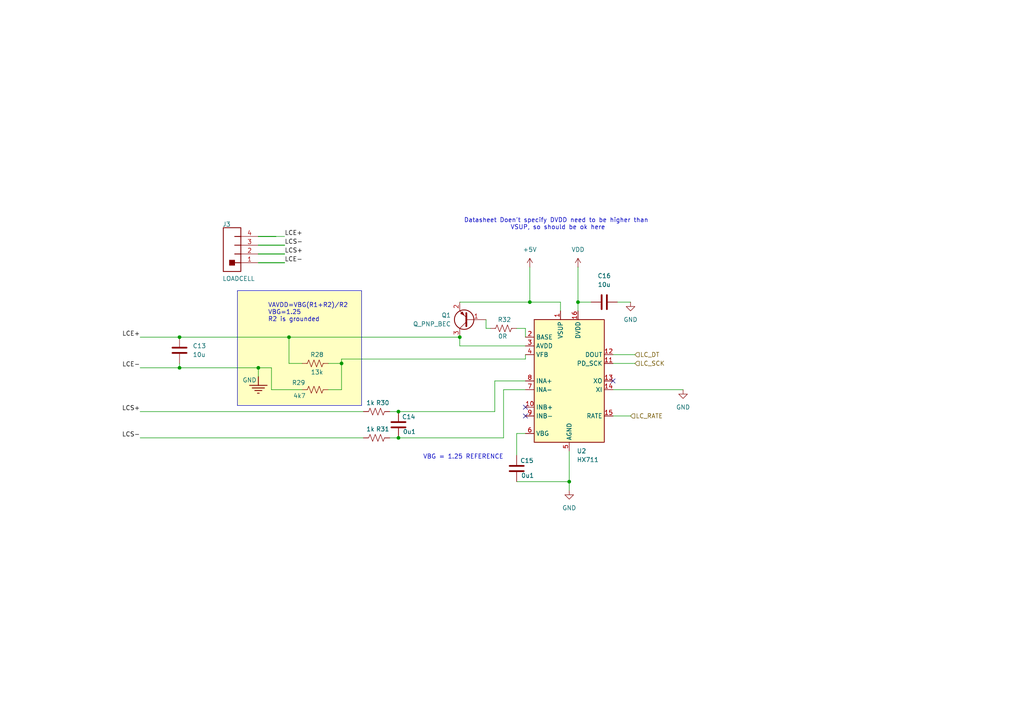
<source format=kicad_sch>
(kicad_sch (version 20231120) (generator "eeschema") (generator_version "8.0")
  (paper "A4")
  (lib_symbols
    (symbol "Analog_ADC:HX711"
      (property "Reference" "U" (at 5.08 21.59 0))
      (property "Value" "HX711" (at 7.62 19.05 0))
      (symbol "HX711_0_1"
        (rectangle (start -10.16 17.78) (end 10.16 -17.78) (stroke (width 0.254)) (fill (type background)))
      )
      (symbol "HX711_1_1"
        (pin power_in line (at -2.54 20.32 270) (length 2.54) (name "VSUP") (number "1"))
        (pin input line (at -12.7 -7.62 0) (length 2.54) (name "INB+") (number "10"))
        (pin input line (at 12.7 5.08 180) (length 2.54) (name "PD_SCK") (number "11"))
        (pin output line (at 12.7 7.62 180) (length 2.54) (name "DOUT") (number "12"))
        (pin passive line (at 12.7 0 180) (length 2.54) (name "XO") (number "13"))
        (pin passive line (at 12.7 -2.54 180) (length 2.54) (name "XI") (number "14"))
        (pin input line (at 12.7 -10.16 180) (length 2.54) (name "RATE") (number "15"))
        (pin power_in line (at 2.54 20.32 270) (length 2.54) (name "DVDD") (number "16"))
        (pin passive line (at -12.7 12.7 0) (length 2.54) (name "BASE") (number "2"))
        (pin power_in line (at -12.7 10.16 0) (length 2.54) (name "AVDD") (number "3"))
        (pin input line (at -12.7 7.62 0) (length 2.54) (name "VFB") (number "4"))
        (pin power_in line (at 0 -20.32 90) (length 2.54) (name "AGND") (number "5"))
        (pin passive line (at -12.7 -15.24 0) (length 2.54) (name "VBG") (number "6"))
        (pin input line (at -12.7 -2.54 0) (length 2.54) (name "INA-") (number "7"))
        (pin input line (at -12.7 0 0) (length 2.54) (name "INA+") (number "8"))
        (pin input line (at -12.7 -10.16 0) (length 2.54) (name "INB-") (number "9"))
      )
    )
    (symbol "Device:C" (pin_numbers hide) (pin_names (offset 0.254))
      (property "Reference" "C" (at 0.635 2.54 0))
      (property "Value" "C" (at 0.635 -2.54 0))
      (symbol "C_0_1"
        (polyline (pts (xy -2.032 -0.762) (xy 2.032 -0.762)) (stroke (width 0.508)))
        (polyline (pts (xy -2.032 0.762) (xy 2.032 0.762)) (stroke (width 0.508)))
      )
      (symbol "C_1_1"
        (pin passive line (at 0 3.81 270) (length 2.794) (name "~") (number "1"))
        (pin passive line (at 0 -3.81 90) (length 2.794) (name "~") (number "2"))
      )
    )
    (symbol "Device:Q_PNP_BEC" (pin_names (offset 0) hide)
      (property "Reference" "Q" (at 5.08 1.27 0))
      (property "Value" "Q_PNP_BEC" (at 5.08 -1.27 0))
      (symbol "Q_PNP_BEC_0_1"
        (polyline (pts (xy 0.635 0.635) (xy 2.54 2.54)))
        (polyline (pts (xy 0.635 -0.635) (xy 2.54 -2.54) (xy 2.54 -2.54)))
        (polyline (pts (xy 0.635 1.905) (xy 0.635 -1.905) (xy 0.635 -1.905)) (stroke (width 0.508)))
        (polyline (pts (xy 2.286 -1.778) (xy 1.778 -2.286) (xy 1.27 -1.27) (xy 2.286 -1.778) (xy 2.286 -1.778)) (fill (type outline)))
        (circle (center 1.27 0) (radius 2.8194) (stroke (width 0.254)))
      )
      (symbol "Q_PNP_BEC_1_1"
        (pin input line (at -5.08 0 0) (length 5.715) (name "B") (number "1"))
        (pin passive line (at 2.54 -5.08 90) (length 2.54) (name "E") (number "2"))
        (pin passive line (at 2.54 5.08 270) (length 2.54) (name "C") (number "3"))
      )
    )
    (symbol "Device:R_US" (pin_numbers hide) (pin_names (offset 0))
      (property "Reference" "R" (at 2.54 0 90))
      (property "Value" "R_US" (at -2.54 0 90))
      (symbol "R_US_0_1"
        (polyline (pts (xy 0 -2.286) (xy 0 -2.54)))
        (polyline (pts (xy 0 2.286) (xy 0 2.54)))
        (polyline (pts (xy 0 -0.762) (xy 1.016 -1.143) (xy 0 -1.524) (xy -1.016 -1.905) (xy 0 -2.286)))
        (polyline (pts (xy 0 0.762) (xy 1.016 0.381) (xy 0 0) (xy -1.016 -0.381) (xy 0 -0.762)))
        (polyline (pts (xy 0 2.286) (xy 1.016 1.905) (xy 0 1.524) (xy -1.016 1.143) (xy 0 0.762)))
      )
      (symbol "R_US_1_1"
        (pin passive line (at 0 3.81 270) (length 1.27) (name "~") (number "1"))
        (pin passive line (at 0 -3.81 90) (length 1.27) (name "~") (number "2"))
      )
    )
    (symbol "UMTK-altium-import:2_4Pin JST"
      (property "Value" "2_4Pin JST" (at 0 0 0))
      (symbol "2_4Pin JST_1_0"
        (rectangle (start -1.778 3.302) (end -3.302 1.778) (fill (type outline)))
        (polyline (pts (xy 0 2.54) (xy -1.778 2.54)) (stroke (width 0.254)))
        (polyline (pts (xy 0 5.08) (xy -1.778 5.08)) (stroke (width 0.254)))
        (polyline (pts (xy 0 7.62) (xy -1.778 7.62)) (stroke (width 0.254)))
        (polyline (pts (xy 0 10.16) (xy -1.778 10.16)) (stroke (width 0.254)))
        (polyline (pts (xy -5.08 0) (xy 0 0) (xy 0 12.7) (xy -5.08 12.7) (xy -5.08 0)) (stroke (width 0.254)))
        (pin passive line (at 5.08 2.54 180) (length 5.08) (name "1") (number "1"))
        (pin passive line (at 5.08 5.08 180) (length 5.08) (name "2") (number "2"))
        (pin passive line (at 5.08 7.62 180) (length 5.08) (name "3") (number "3"))
        (pin passive line (at 5.08 10.16 180) (length 5.08) (name "4") (number "4"))
      )
    )
    (symbol "UMTK-altium-import:GND" (power)
      (property "Reference" "#PWR" (at 0 0 0))
      (property "Value" "GND" (at 0 6.35 0))
      (symbol "GND_0_0"
        (polyline (pts (xy -2.54 -2.54) (xy 2.54 -2.54)) (stroke (width 0.254)))
        (polyline (pts (xy -1.778 -3.302) (xy 1.778 -3.302)) (stroke (width 0.254)))
        (polyline (pts (xy -1.016 -4.064) (xy 1.016 -4.064)) (stroke (width 0.254)))
        (polyline (pts (xy -0.254 -4.826) (xy 0.254 -4.826)) (stroke (width 0.254)))
        (polyline (pts (xy 0 0) (xy 0 -2.54)) (stroke (width 0.254)))
        (pin power_in line (at 0 0 0) (length 0) hide (name "GND") (number ""))
      )
    )
    (symbol "power:+5V" (power) (pin_numbers hide) (pin_names (offset 0) hide)
      (property "Value" "+5V" (at 0 3.556 0))
      (symbol "+5V_0_1"
        (polyline (pts (xy -0.762 1.27) (xy 0 2.54)))
        (polyline (pts (xy 0 0) (xy 0 2.54)))
        (polyline (pts (xy 0 2.54) (xy 0.762 1.27)))
      )
      (symbol "+5V_1_1"
        (pin power_in line (at 0 0 90) (length 0) (name "~") (number "1"))
      )
    )
    (symbol "power:GND" (power) (pin_numbers hide) (pin_names (offset 0) hide)
      (property "Value" "GND" (at 0 -3.81 0))
      (symbol "GND_0_1"
        (polyline (pts (xy 0 0) (xy 0 -1.27) (xy 1.27 -1.27) (xy 0 -2.54) (xy -1.27 -1.27) (xy 0 -1.27)))
      )
      (symbol "GND_1_1"
        (pin power_in line (at 0 0 270) (length 0) (name "~") (number "1"))
      )
    )
    (symbol "power:VDD" (power) (pin_numbers hide) (pin_names (offset 0) hide)
      (property "Value" "VDD" (at 0 3.556 0))
      (symbol "VDD_0_1"
        (polyline (pts (xy -0.762 1.27) (xy 0 2.54)))
        (polyline (pts (xy 0 0) (xy 0 2.54)))
        (polyline (pts (xy 0 2.54) (xy 0.762 1.27)))
      )
      (symbol "VDD_1_1"
        (pin power_in line (at 0 0 90) (length 0) (name "~") (number "1"))
      )
    )
  )
  (junction (at 115.57 127))
  (junction (at 165.1 139.7))
  (junction (at 133.35 97.79))
  (junction (at 153.67 87.63))
  (junction (at 115.57 119.38))
  (junction (at 74.93 106.68))
  (junction (at 167.64 87.63))
  (junction (at 99.06 105.41))
  (junction (at 52.07 97.79))
  (junction (at 52.07 106.68))
  (junction (at 83.82 97.79))
  (no_connect (at 152.4 120.65))
  (no_connect (at 152.4 118.11))
  (no_connect (at 177.8 110.49))
  (wire (pts (xy 52.07 97.79) (xy 83.82 97.79)))
  (wire (pts (xy 143.51 119.38) (xy 143.51 110.49)))
  (wire (pts (xy 152.4 104.14) (xy 152.4 102.87)))
  (wire (pts (xy 99.06 105.41) (xy 99.06 113.03)))
  (wire (pts (xy 87.63 105.41) (xy 83.82 105.41)))
  (wire (pts (xy 95.25 105.41) (xy 99.06 105.41)))
  (wire (pts (xy 78.74 106.68) (xy 74.93 106.68)))
  (wire (pts (xy 165.1 139.7) (xy 165.1 142.24)))
  (wire (pts (xy 162.56 90.17) (xy 162.56 87.63)))
  (wire (pts (xy 74.93 68.58) (xy 80.01 68.58)) (stroke (width 0.254)))
  (wire (pts (xy 115.57 119.38) (xy 143.51 119.38)))
  (wire (pts (xy 99.06 104.14) (xy 99.06 105.41)))
  (wire (pts (xy 146.05 113.03) (xy 152.4 113.03)))
  (wire (pts (xy 115.57 127) (xy 146.05 127)))
  (wire (pts (xy 149.86 139.7) (xy 165.1 139.7)))
  (wire (pts (xy 113.03 127) (xy 115.57 127)))
  (wire (pts (xy 74.93 73.66) (xy 82.55 73.66)) (stroke (width 0.254)))
  (wire (pts (xy 146.05 127) (xy 146.05 113.03)))
  (wire (pts (xy 140.97 95.25) (xy 142.24 95.25)))
  (wire (pts (xy 140.97 92.71) (xy 140.97 95.25)))
  (wire (pts (xy 40.64 119.38) (xy 105.41 119.38)))
  (wire (pts (xy 99.06 113.03) (xy 95.25 113.03)))
  (wire (pts (xy 40.64 97.79) (xy 52.07 97.79)))
  (wire (pts (xy 40.64 127) (xy 105.41 127)))
  (wire (pts (xy 133.35 87.63) (xy 153.67 87.63)))
  (wire (pts (xy 165.1 130.81) (xy 165.1 139.7)))
  (wire (pts (xy 149.86 125.73) (xy 149.86 132.08)))
  (wire (pts (xy 152.4 125.73) (xy 149.86 125.73)))
  (wire (pts (xy 74.93 76.2) (xy 82.55 76.2)) (stroke (width 0.254)))
  (wire (pts (xy 177.8 102.87) (xy 184.15 102.87)))
  (wire (pts (xy 153.67 77.47) (xy 153.67 87.63)))
  (wire (pts (xy 133.35 97.79) (xy 133.35 100.33)))
  (wire (pts (xy 82.55 71.12) (xy 74.93 71.12)) (stroke (width 0.254)))
  (wire (pts (xy 167.64 87.63) (xy 171.45 87.63)))
  (wire (pts (xy 149.86 95.25) (xy 152.4 95.25)))
  (wire (pts (xy 80.01 68.58) (xy 82.55 68.58)))
  (wire (pts (xy 167.64 87.63) (xy 167.64 90.17)))
  (wire (pts (xy 83.82 105.41) (xy 83.82 97.79)))
  (wire (pts (xy 74.93 109.22) (xy 74.93 106.68)))
  (wire (pts (xy 74.93 106.68) (xy 52.07 106.68)))
  (wire (pts (xy 99.06 104.14) (xy 152.4 104.14)))
  (wire (pts (xy 113.03 119.38) (xy 115.57 119.38)))
  (wire (pts (xy 83.82 97.79) (xy 133.35 97.79)))
  (wire (pts (xy 143.51 110.49) (xy 152.4 110.49)))
  (wire (pts (xy 78.74 113.03) (xy 87.63 113.03)))
  (wire (pts (xy 177.8 113.03) (xy 198.12 113.03)))
  (wire (pts (xy 133.35 100.33) (xy 152.4 100.33)))
  (wire (pts (xy 152.4 95.25) (xy 152.4 97.79)))
  (wire (pts (xy 182.88 120.65) (xy 177.8 120.65)))
  (wire (pts (xy 177.8 105.41) (xy 184.15 105.41)))
  (wire (pts (xy 78.74 113.03) (xy 78.74 106.68)))
  (wire (pts (xy 52.07 106.68) (xy 52.07 105.41)))
  (wire (pts (xy 40.64 106.68) (xy 52.07 106.68)))
  (wire (pts (xy 153.67 87.63) (xy 162.56 87.63)))
  (wire (pts (xy 179.07 87.63) (xy 182.88 87.63)))
  (wire (pts (xy 167.64 77.47) (xy 167.64 87.63)))
  (rectangle (start 68.834 84.328) (end 104.902 117.602) (fill (type color) (color 255 255 194 1)))
  (text "VBG = 1.25 REFERENCE\n" (at 134.366 132.588 0) (effects (font (size 1.27 1.27))))
  (text "VAVDD=VBG(R1+R2)/R2\nVBG=1.25\nR2 is grounded" (at 77.724 90.678 0) (effects (font (size 1.27 1.27)) (justify left)))
  (text "Datasheet Doen't specify DVDD need to be higher than \nVSUP, so should be ok here" (at 161.798 65.024 0) (effects (font (size 1.27 1.27))))
  (label "LCE-" (at 82.55 76.2 0))
  (label "LCE+" (at 40.64 97.79 180))
  (label "LCS-" (at 40.64 127 180))
  (label "LCE+" (at 82.55 68.58 0))
  (label "LCS-" (at 82.55 71.12 0))
  (label "LCS+" (at 82.55 73.66 0))
  (label "LCS+" (at 40.64 119.38 180))
  (label "LCE-" (at 40.64 106.68 180))
  (hierarchical_label "LC_RATE" (shape input) (at 182.88 120.65 0))
  (hierarchical_label "LC_SCK" (shape input) (at 184.15 105.41 0))
  (hierarchical_label "LC_DT" (shape input) (at 184.15 102.87 0))
  (symbol (lib_id "Device:R_US") (at 91.44 105.41 90) (unit 1)
    (property "Reference" "R28" (at 91.948 102.87 90))
    (property "Value" "13k" (at 91.948 107.95 90))
    (property "Footprint" "Resistor_SMD:R_0402_1005Metric" (effects (hide yes)))
    (property "Description" "Resistor, US symbol" (effects (hide yes)))
  )
  (symbol (lib_id "Device:R_US") (at 146.05 95.25 90) (unit 1)
    (property "Reference" "R32" (at 146.304 92.71 90))
    (property "Value" "0R" (at 145.796 97.536 90))
    (property "Footprint" "Resistor_SMD:R_0402_1005Metric" (effects (hide yes)))
    (property "Description" "Resistor, US symbol" (effects (hide yes)))
  )
  (symbol (lib_id "power:GND") (at 165.1 142.24 0) (unit 1)
    (property "Reference" "#PWR031" (effects (hide yes)))
    (property "Value" "GND" (at 165.1 147.32 0))
    (property "Description" "Power symbol creates a global label with name \"GND\" , ground" (effects (hide yes)))
  )
  (symbol (lib_id "power:+5V") (at 153.67 77.47 0) (unit 1)
    (property "Reference" "#PWR028" (effects (hide yes)))
    (property "Value" "+5V" (at 153.67 72.39 0))
    (property "Description" "Power symbol creates a global label with name \"+5V\"" (effects (hide yes)))
  )
  (symbol (lib_id "Device:R_US") (at 109.22 119.38 90) (unit 1)
    (property "Reference" "R30" (at 110.998 116.84 90))
    (property "Value" "1k" (at 107.442 116.84 90))
    (property "Footprint" "Resistor_SMD:R_0402_1005Metric" (effects (hide yes)))
    (property "Description" "Resistor, US symbol" (effects (hide yes)))
  )
  (symbol (lib_id "Device:R_US") (at 109.22 127 90) (unit 1)
    (property "Reference" "R31" (at 110.998 124.46 90))
    (property "Value" "1k" (at 107.442 124.46 90))
    (property "Footprint" "Resistor_SMD:R_0402_1005Metric" (effects (hide yes)))
    (property "Description" "Resistor, US symbol" (effects (hide yes)))
  )
  (symbol (lib_id "Analog_ADC:HX711") (at 165.1 110.49 0) (unit 1)
    (property "Reference" "U2" (at 167.2941 130.81 0) (effects (justify left)))
    (property "Value" "HX711" (at 167.2941 133.35 0) (effects (justify left)))
    (property "Footprint" "Package_SO:SOP-16_3.9x9.9mm_P1.27mm" (effects (hide yes)))
    (property "Datasheet" "https://web.archive.org/web/20220615044707/https://akizukidenshi.com/download/ds/avia/hx711.pdf" (effects (hide yes)))
    (property "Description" "24-Bit Analog-to-Digital Converter (ADC) for Weight Scales" (effects (hide yes)))
  )
  (symbol (lib_id "Device:C") (at 115.57 123.19 0) (unit 1)
    (property "Reference" "C14" (at 116.586 120.904 0) (effects (justify left)))
    (property "Value" "0u1" (at 116.84 125.222 0) (effects (justify left)))
    (property "Footprint" "Capacitor_SMD:C_0402_1005Metric" (effects (hide yes)))
    (property "Description" "Unpolarized capacitor" (effects (hide yes)))
  )
  (symbol (lib_id "Device:Q_PNP_BEC") (at 135.89 92.71 180) (unit 1)
    (property "Reference" "Q1" (at 130.81 91.4399 0) (effects (justify left)))
    (property "Value" "Q_PNP_BEC" (at 130.81 93.9799 0) (effects (justify left)))
    (property "Footprint" "Package_TO_SOT_SMD:SOT-23" (effects (hide yes)))
    (property "Description" "PNP transistor, base/emitter/collector" (effects (hide yes)))
  )
  (symbol (lib_id "Device:C") (at 175.26 87.63 90) (unit 1)
    (property "Reference" "C16" (at 175.26 80.01 90))
    (property "Value" "10u" (at 175.26 82.55 90))
    (property "Footprint" "Capacitor_SMD:C_0805_2012Metric" (effects (hide yes)))
    (property "Description" "Unpolarized capacitor" (effects (hide yes)))
  )
  (symbol (lib_id "Device:C") (at 149.86 135.89 0) (unit 1)
    (property "Reference" "C15" (at 150.876 133.604 0) (effects (justify left)))
    (property "Value" "0u1" (at 151.13 137.922 0) (effects (justify left)))
    (property "Footprint" "Capacitor_SMD:C_0402_1005Metric" (effects (hide yes)))
    (property "Description" "Unpolarized capacitor" (effects (hide yes)))
  )
  (symbol (lib_id "power:VDD") (at 167.64 77.47 0) (unit 1)
    (property "Reference" "#PWR033" (effects (hide yes)))
    (property "Value" "VDD" (at 167.64 72.39 0))
    (property "Description" "Power symbol creates a global label with name \"VDD\"" (effects (hide yes)))
  )
  (symbol (lib_id "power:GND") (at 198.12 113.03 0) (unit 1)
    (property "Reference" "#PWR032" (effects (hide yes)))
    (property "Value" "GND" (at 198.12 118.11 0))
    (property "Description" "Power symbol creates a global label with name \"GND\" , ground" (effects (hide yes)))
  )
  (symbol (lib_id "Device:C") (at 52.07 101.6 180) (unit 1)
    (property "Reference" "C13" (at 55.88 100.3299 0) (effects (justify right)))
    (property "Value" "10u" (at 55.88 102.8699 0) (effects (justify right)))
    (property "Footprint" "Capacitor_SMD:C_0805_2012Metric" (effects (hide yes)))
    (property "Description" "Unpolarized capacitor" (effects (hide yes)))
  )
  (symbol (lib_id "Device:R_US") (at 91.44 113.03 90) (unit 1)
    (property "Reference" "R29" (at 86.614 110.998 90))
    (property "Value" "4k7" (at 86.868 114.808 90))
    (property "Footprint" "Resistor_SMD:R_0402_1005Metric" (effects (hide yes)))
    (property "Description" "Resistor, US symbol" (effects (hide yes)))
  )
  (symbol (lib_id "power:GND") (at 182.88 87.63 0) (unit 1)
    (property "Reference" "#PWR034" (effects (hide yes)))
    (property "Value" "GND" (at 182.88 92.71 0))
    (property "Description" "Power symbol creates a global label with name \"GND\" , ground" (effects (hide yes)))
  )
  (symbol (lib_id "UMTK-altium-import:GND") (at 74.93 109.22 0) (unit 1)
    (property "Reference" "#PWR030" (effects (hide yes)))
    (property "Value" "GND" (at 74.422 110.236 0) (effects (justify right)))
    (property "Description" "Power symbol creates a global label with name 'GND'" (effects (hide yes)))
  )
  (symbol (lib_id "UMTK-altium-import:2_4Pin JST") (at 69.85 78.74 0) (unit 1)
    (property "Reference" "J3" (at 64.516 65.786 0) (effects (justify left bottom)))
    (property "Value" "LOADCELL" (at 64.516 81.534 0) (effects (justify left bottom)))
    (property "Footprint" "Connector_Phoenix_MC:PhoenixContact_MC_1,5_4-G-3.81_1x04_P3.81mm_Horizontal" (effects (hide yes)))
  )
)
</source>
